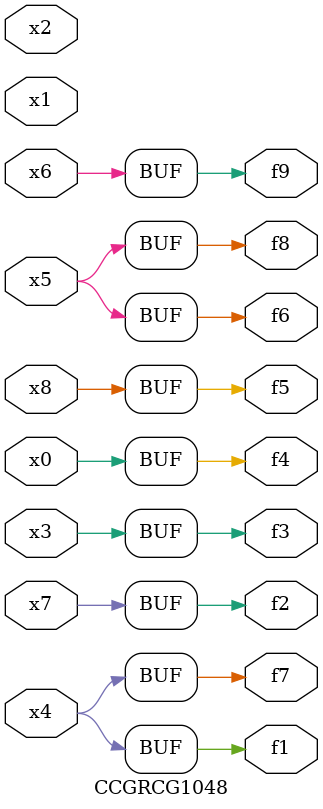
<source format=v>
module CCGRCG1048(
	input x0, x1, x2, x3, x4, x5, x6, x7, x8,
	output f1, f2, f3, f4, f5, f6, f7, f8, f9
);
	assign f1 = x4;
	assign f2 = x7;
	assign f3 = x3;
	assign f4 = x0;
	assign f5 = x8;
	assign f6 = x5;
	assign f7 = x4;
	assign f8 = x5;
	assign f9 = x6;
endmodule

</source>
